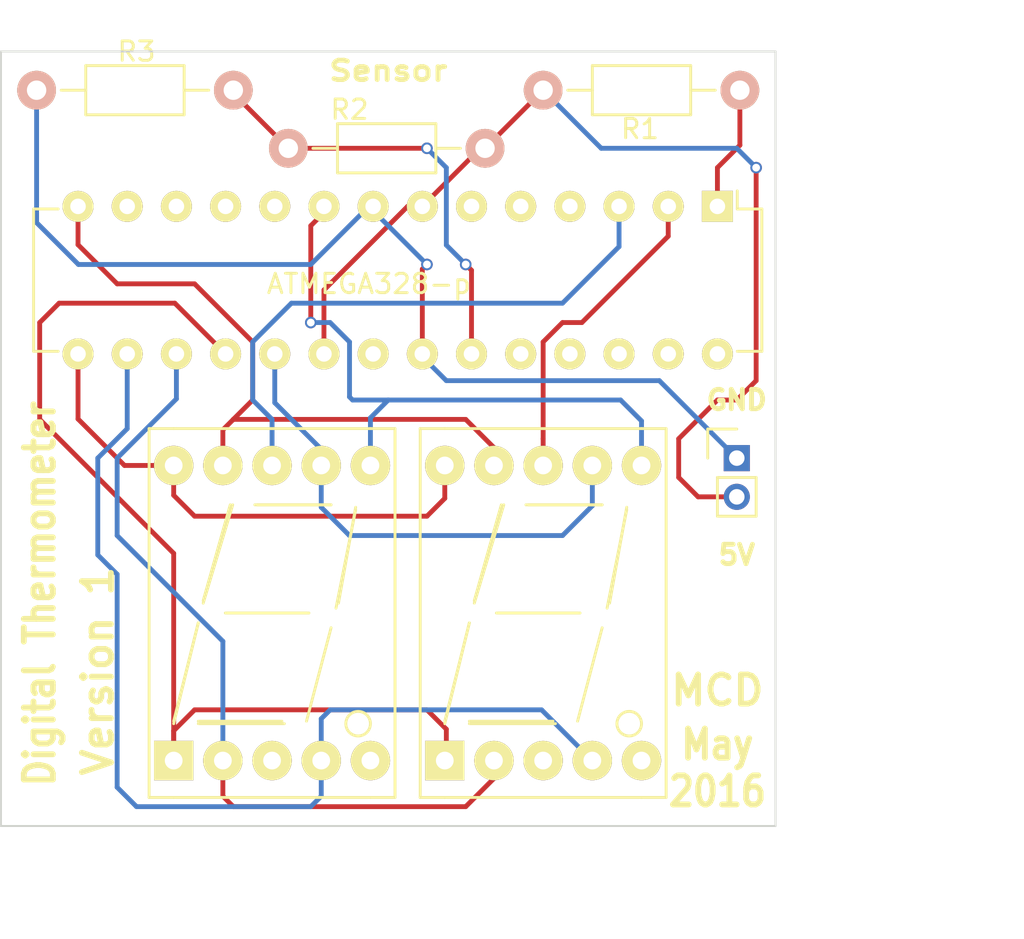
<source format=kicad_pcb>
(kicad_pcb (version 4) (host pcbnew 4.0.2-stable)

  (general
    (links 26)
    (no_connects 0)
    (area 126.949999 91.065 179.975 139.975)
    (thickness 1.6)
    (drawings 11)
    (tracks 133)
    (zones 0)
    (modules 7)
    (nets 31)
  )

  (page A4)
  (layers
    (0 F.Cu signal)
    (31 B.Cu signal)
    (32 B.Adhes user)
    (33 F.Adhes user)
    (34 B.Paste user)
    (35 F.Paste user)
    (36 B.SilkS user)
    (37 F.SilkS user)
    (38 B.Mask user)
    (39 F.Mask user)
    (40 Dwgs.User user)
    (41 Cmts.User user)
    (42 Eco1.User user)
    (43 Eco2.User user)
    (44 Edge.Cuts user)
    (45 Margin user)
    (46 B.CrtYd user)
    (47 F.CrtYd user)
    (48 B.Fab user)
    (49 F.Fab user)
  )

  (setup
    (last_trace_width 0.25)
    (trace_clearance 0.2)
    (zone_clearance 0.508)
    (zone_45_only no)
    (trace_min 0.2)
    (segment_width 0.2)
    (edge_width 0.1)
    (via_size 0.6)
    (via_drill 0.4)
    (via_min_size 0.4)
    (via_min_drill 0.3)
    (uvia_size 0.3)
    (uvia_drill 0.1)
    (uvias_allowed no)
    (uvia_min_size 0.2)
    (uvia_min_drill 0.1)
    (pcb_text_width 0.3)
    (pcb_text_size 1.5 1.5)
    (mod_edge_width 0.15)
    (mod_text_size 1 1)
    (mod_text_width 0.15)
    (pad_size 1.6 1.6)
    (pad_drill 0.8)
    (pad_to_mask_clearance 0)
    (aux_axis_origin 0 0)
    (visible_elements 7FFFFFFF)
    (pcbplotparams
      (layerselection 0x00030_80000001)
      (usegerberextensions false)
      (excludeedgelayer true)
      (linewidth 0.100000)
      (plotframeref false)
      (viasonmask false)
      (mode 1)
      (useauxorigin false)
      (hpglpennumber 1)
      (hpglpenspeed 20)
      (hpglpendiameter 15)
      (hpglpenoverlay 2)
      (psnegative false)
      (psa4output false)
      (plotreference true)
      (plotvalue true)
      (plotinvisibletext false)
      (padsonsilk false)
      (subtractmaskfromsilk false)
      (outputformat 1)
      (mirror false)
      (drillshape 1)
      (scaleselection 1)
      (outputdirectory ""))
  )

  (net 0 "")
  (net 1 "Net-(Digit0-Pad5)")
  (net 2 "Net-(Digit0-Pad10)")
  (net 3 "Net-(Digit0-Pad1)")
  (net 4 "Net-(Digit0-Pad2)")
  (net 5 "Net-(Digit0-Pad3)")
  (net 6 "Net-(Digit0-Pad4)")
  (net 7 "Net-(Digit0-Pad9)")
  (net 8 "Net-(Digit0-Pad8)")
  (net 9 "Net-(Digit0-Pad7)")
  (net 10 "Net-(Digit0-Pad6)")
  (net 11 "Net-(Digit1-Pad5)")
  (net 12 "Net-(Digit1-Pad3)")
  (net 13 "Net-(Digit1-Pad8)")
  (net 14 "Net-(IC1-Pad1)")
  (net 15 "Net-(IC1-Pad4)")
  (net 16 "Net-(IC1-Pad5)")
  (net 17 "Net-(IC1-Pad6)")
  (net 18 +5V)
  (net 19 GND)
  (net 20 "Net-(IC1-Pad10)")
  (net 21 "Net-(IC1-Pad11)")
  (net 22 "Net-(IC1-Pad12)")
  (net 23 "Net-(IC1-Pad13)")
  (net 24 "Net-(IC1-Pad21)")
  (net 25 "Net-(IC1-Pad23)")
  (net 26 "Net-(IC1-Pad24)")
  (net 27 "Net-(IC1-Pad25)")
  (net 28 "Net-(IC1-Pad26)")
  (net 29 "Net-(IC1-Pad27)")
  (net 30 "Net-(IC1-Pad28)")

  (net_class Default "This is the default net class."
    (clearance 0.2)
    (trace_width 0.25)
    (via_dia 0.6)
    (via_drill 0.4)
    (uvia_dia 0.3)
    (uvia_drill 0.1)
    (add_net +5V)
    (add_net GND)
    (add_net "Net-(Digit0-Pad1)")
    (add_net "Net-(Digit0-Pad10)")
    (add_net "Net-(Digit0-Pad2)")
    (add_net "Net-(Digit0-Pad3)")
    (add_net "Net-(Digit0-Pad4)")
    (add_net "Net-(Digit0-Pad5)")
    (add_net "Net-(Digit0-Pad6)")
    (add_net "Net-(Digit0-Pad7)")
    (add_net "Net-(Digit0-Pad8)")
    (add_net "Net-(Digit0-Pad9)")
    (add_net "Net-(Digit1-Pad3)")
    (add_net "Net-(Digit1-Pad5)")
    (add_net "Net-(Digit1-Pad8)")
    (add_net "Net-(IC1-Pad1)")
    (add_net "Net-(IC1-Pad10)")
    (add_net "Net-(IC1-Pad11)")
    (add_net "Net-(IC1-Pad12)")
    (add_net "Net-(IC1-Pad13)")
    (add_net "Net-(IC1-Pad21)")
    (add_net "Net-(IC1-Pad23)")
    (add_net "Net-(IC1-Pad24)")
    (add_net "Net-(IC1-Pad25)")
    (add_net "Net-(IC1-Pad26)")
    (add_net "Net-(IC1-Pad27)")
    (add_net "Net-(IC1-Pad28)")
    (add_net "Net-(IC1-Pad4)")
    (add_net "Net-(IC1-Pad5)")
    (add_net "Net-(IC1-Pad6)")
  )

  (module Pin_Headers:Pin_Header_Straight_1x02_Pitch2.00mm (layer F.Cu) (tedit 5733F712) (tstamp 5733F21A)
    (at 165 115)
    (descr "Through hole pin header, 1x02, 2.00mm pitch, single row")
    (tags "pin header single row")
    (path /5733A9A3)
    (fp_text reference "" (at -2 1 90) (layer F.SilkS)
      (effects (font (size 1 1) (thickness 0.15)))
    )
    (fp_text value "Power Pins" (at 7 2) (layer F.Fab)
      (effects (font (size 1 1) (thickness 0.15)))
    )
    (fp_line (start -1 1) (end 1 1) (layer F.SilkS) (width 0.15))
    (fp_line (start 1 1) (end 1 3) (layer F.SilkS) (width 0.15))
    (fp_line (start 1 3) (end -1 3) (layer F.SilkS) (width 0.15))
    (fp_line (start -1 3) (end -1 1) (layer F.SilkS) (width 0.15))
    (fp_line (start -1.6 -1.6) (end 1.6 -1.6) (layer F.CrtYd) (width 0.05))
    (fp_line (start 1.6 -1.6) (end 1.6 3.6) (layer F.CrtYd) (width 0.05))
    (fp_line (start 1.6 3.6) (end -1.6 3.6) (layer F.CrtYd) (width 0.05))
    (fp_line (start -1.6 3.6) (end -1.6 -1.6) (layer F.CrtYd) (width 0.05))
    (fp_line (start -1.5 0) (end -1.5 -1.5) (layer F.SilkS) (width 0.15))
    (fp_line (start -1.5 -1.5) (end 0 -1.5) (layer F.SilkS) (width 0.15))
    (pad 1 thru_hole rect (at 0 0) (size 1.35 1.35) (drill 0.8) (layers *.Cu *.Mask)
      (net 19 GND))
    (pad 2 thru_hole circle (at 0 2) (size 1.35 1.35) (drill 0.8) (layers *.Cu *.Mask)
      (net 18 +5V))
    (model Pin_Headers.3dshapes/Pin_Header_Straight_1x02_Pitch2.00mm.wrl
      (at (xyz 0 0 0))
      (scale (xyz 1 1 1))
      (rotate (xyz 0 0 0))
    )
  )

  (module 7SEG:LSHD-5601 (layer F.Cu) (tedit 5733F342) (tstamp 5733F1DB)
    (at 155 123)
    (descr "Afficheur 7 segments")
    (tags AFFICHEUR)
    (path /57324652)
    (fp_text reference "" (at 0 -10.795) (layer F.SilkS)
      (effects (font (size 1 1) (thickness 0.15)))
    )
    (fp_text value 7SEGMENTS (at 0 16) (layer F.Fab)
      (effects (font (size 1 1) (thickness 0.15)))
    )
    (fp_line (start 3.048 0.762) (end 1.778 5.588) (layer F.SilkS) (width 0.15))
    (fp_line (start -3.81 5.588) (end 0.508 5.588) (layer F.SilkS) (width 0.15))
    (fp_line (start -3.81 0.508) (end -5.08 5.588) (layer F.SilkS) (width 0.15))
    (fp_line (start -2.032 -5.588) (end -3.556 -0.508) (layer F.SilkS) (width 0.15))
    (fp_line (start -0.762 -5.588) (end 3.048 -5.588) (layer F.SilkS) (width 0.15))
    (fp_line (start -2.286 0) (end 1.778 0) (layer F.SilkS) (width 0.15))
    (fp_line (start 4.318 -5.334) (end 3.302 -0.254) (layer F.SilkS) (width 0.15))
    (fp_circle (center 4.445 5.715) (end 5.08 5.715) (layer F.SilkS) (width 0.15))
    (fp_line (start -3.81 5.715) (end 0.635 5.715) (layer F.SilkS) (width 0.15))
    (fp_line (start -5.08 -9.525) (end -6.35 -9.525) (layer F.SilkS) (width 0.15))
    (fp_line (start -6.35 -9.525) (end -6.35 9.525) (layer F.SilkS) (width 0.15))
    (fp_line (start -6.35 9.525) (end -5.08 9.525) (layer F.SilkS) (width 0.15))
    (fp_line (start 5.08 9.525) (end 6.35 9.525) (layer F.SilkS) (width 0.15))
    (fp_line (start 6.35 9.525) (end 6.35 -9.525) (layer F.SilkS) (width 0.15))
    (fp_line (start 6.35 -9.525) (end 5.08 -9.525) (layer F.SilkS) (width 0.15))
    (fp_line (start -5.08 9.525) (end 5.08 9.525) (layer F.SilkS) (width 0.15))
    (fp_line (start 5.08 -9.525) (end -5.08 -9.525) (layer F.SilkS) (width 0.15))
    (fp_line (start -2.413 0) (end 1.905 0) (layer F.SilkS) (width 0.15))
    (fp_line (start 3.429 -0.508) (end 4.318 -5.461) (layer F.SilkS) (width 0.15))
    (fp_line (start -0.889 -5.588) (end 3.048 -5.588) (layer F.SilkS) (width 0.15))
    (fp_line (start -3.556 -0.635) (end -2.159 -5.588) (layer F.SilkS) (width 0.15))
    (fp_line (start -3.81 0.508) (end -5.08 5.715) (layer F.SilkS) (width 0.15))
    (pad 5 thru_hole circle (at 5.08 7.62) (size 2.032 2.032) (drill 0.9144) (layers *.Cu *.Mask F.SilkS)
      (net 1 "Net-(Digit0-Pad5)"))
    (pad 10 thru_hole circle (at 5.08 -7.62) (size 2.032 2.032) (drill 0.9144) (layers *.Cu *.Mask F.SilkS)
      (net 2 "Net-(Digit0-Pad10)"))
    (pad 1 thru_hole rect (at -5.08 7.62) (size 2.032 2.032) (drill 0.9144) (layers *.Cu *.Mask F.SilkS)
      (net 3 "Net-(Digit0-Pad1)"))
    (pad 2 thru_hole circle (at -2.54 7.62) (size 2.032 2.032) (drill 0.9144) (layers *.Cu *.Mask F.SilkS)
      (net 4 "Net-(Digit0-Pad2)"))
    (pad 3 thru_hole circle (at 0 7.62) (size 2.032 2.032) (drill 0.9144) (layers *.Cu *.Mask F.SilkS)
      (net 5 "Net-(Digit0-Pad3)"))
    (pad 4 thru_hole circle (at 2.54 7.62) (size 2.032 2.032) (drill 0.9144) (layers *.Cu *.Mask F.SilkS)
      (net 6 "Net-(Digit0-Pad4)"))
    (pad 9 thru_hole circle (at 2.54 -7.62) (size 2.032 2.032) (drill 0.9144) (layers *.Cu *.Mask F.SilkS)
      (net 7 "Net-(Digit0-Pad9)"))
    (pad 8 thru_hole circle (at 0 -7.62) (size 2.032 2.032) (drill 0.9144) (layers *.Cu *.Mask F.SilkS)
      (net 8 "Net-(Digit0-Pad8)"))
    (pad 7 thru_hole circle (at -2.54 -7.62) (size 2.032 2.032) (drill 0.9144) (layers *.Cu *.Mask F.SilkS)
      (net 9 "Net-(Digit0-Pad7)"))
    (pad 6 thru_hole circle (at -5.08 -7.62) (size 2.032 2.032) (drill 0.9144) (layers *.Cu *.Mask F.SilkS)
      (net 10 "Net-(Digit0-Pad6)"))
  )

  (module 7SEG:LSHD-5601 (layer F.Cu) (tedit 5733F33D) (tstamp 5733F1E9)
    (at 141 123)
    (descr "Afficheur 7 segments")
    (tags AFFICHEUR)
    (path /57324713)
    (fp_text reference "" (at 0 -10.795) (layer F.SilkS)
      (effects (font (size 1 1) (thickness 0.15)))
    )
    (fp_text value 7SEGMENTS (at -7 16) (layer F.Fab)
      (effects (font (size 1 1) (thickness 0.15)))
    )
    (fp_line (start 3.048 0.762) (end 1.778 5.588) (layer F.SilkS) (width 0.15))
    (fp_line (start -3.81 5.588) (end 0.508 5.588) (layer F.SilkS) (width 0.15))
    (fp_line (start -3.81 0.508) (end -5.08 5.588) (layer F.SilkS) (width 0.15))
    (fp_line (start -2.032 -5.588) (end -3.556 -0.508) (layer F.SilkS) (width 0.15))
    (fp_line (start -0.762 -5.588) (end 3.048 -5.588) (layer F.SilkS) (width 0.15))
    (fp_line (start -2.286 0) (end 1.778 0) (layer F.SilkS) (width 0.15))
    (fp_line (start 4.318 -5.334) (end 3.302 -0.254) (layer F.SilkS) (width 0.15))
    (fp_circle (center 4.445 5.715) (end 5.08 5.715) (layer F.SilkS) (width 0.15))
    (fp_line (start -3.81 5.715) (end 0.635 5.715) (layer F.SilkS) (width 0.15))
    (fp_line (start -5.08 -9.525) (end -6.35 -9.525) (layer F.SilkS) (width 0.15))
    (fp_line (start -6.35 -9.525) (end -6.35 9.525) (layer F.SilkS) (width 0.15))
    (fp_line (start -6.35 9.525) (end -5.08 9.525) (layer F.SilkS) (width 0.15))
    (fp_line (start 5.08 9.525) (end 6.35 9.525) (layer F.SilkS) (width 0.15))
    (fp_line (start 6.35 9.525) (end 6.35 -9.525) (layer F.SilkS) (width 0.15))
    (fp_line (start 6.35 -9.525) (end 5.08 -9.525) (layer F.SilkS) (width 0.15))
    (fp_line (start -5.08 9.525) (end 5.08 9.525) (layer F.SilkS) (width 0.15))
    (fp_line (start 5.08 -9.525) (end -5.08 -9.525) (layer F.SilkS) (width 0.15))
    (fp_line (start -2.413 0) (end 1.905 0) (layer F.SilkS) (width 0.15))
    (fp_line (start 3.429 -0.508) (end 4.318 -5.461) (layer F.SilkS) (width 0.15))
    (fp_line (start -0.889 -5.588) (end 3.048 -5.588) (layer F.SilkS) (width 0.15))
    (fp_line (start -3.556 -0.635) (end -2.159 -5.588) (layer F.SilkS) (width 0.15))
    (fp_line (start -3.81 0.508) (end -5.08 5.715) (layer F.SilkS) (width 0.15))
    (pad 5 thru_hole circle (at 5.08 7.62) (size 2.032 2.032) (drill 0.9144) (layers *.Cu *.Mask F.SilkS)
      (net 11 "Net-(Digit1-Pad5)"))
    (pad 10 thru_hole circle (at 5.08 -7.62) (size 2.032 2.032) (drill 0.9144) (layers *.Cu *.Mask F.SilkS)
      (net 2 "Net-(Digit0-Pad10)"))
    (pad 1 thru_hole rect (at -5.08 7.62) (size 2.032 2.032) (drill 0.9144) (layers *.Cu *.Mask F.SilkS)
      (net 3 "Net-(Digit0-Pad1)"))
    (pad 2 thru_hole circle (at -2.54 7.62) (size 2.032 2.032) (drill 0.9144) (layers *.Cu *.Mask F.SilkS)
      (net 4 "Net-(Digit0-Pad2)"))
    (pad 3 thru_hole circle (at 0 7.62) (size 2.032 2.032) (drill 0.9144) (layers *.Cu *.Mask F.SilkS)
      (net 12 "Net-(Digit1-Pad3)"))
    (pad 4 thru_hole circle (at 2.54 7.62) (size 2.032 2.032) (drill 0.9144) (layers *.Cu *.Mask F.SilkS)
      (net 6 "Net-(Digit0-Pad4)"))
    (pad 9 thru_hole circle (at 2.54 -7.62) (size 2.032 2.032) (drill 0.9144) (layers *.Cu *.Mask F.SilkS)
      (net 7 "Net-(Digit0-Pad9)"))
    (pad 8 thru_hole circle (at 0 -7.62) (size 2.032 2.032) (drill 0.9144) (layers *.Cu *.Mask F.SilkS)
      (net 13 "Net-(Digit1-Pad8)"))
    (pad 7 thru_hole circle (at -2.54 -7.62) (size 2.032 2.032) (drill 0.9144) (layers *.Cu *.Mask F.SilkS)
      (net 9 "Net-(Digit0-Pad7)"))
    (pad 6 thru_hole circle (at -5.08 -7.62) (size 2.032 2.032) (drill 0.9144) (layers *.Cu *.Mask F.SilkS)
      (net 10 "Net-(Digit0-Pad6)"))
  )

  (module Housings_DIP:DIP-28_W7.62mm (layer F.Cu) (tedit 5733F65B) (tstamp 5733F214)
    (at 164 102 270)
    (descr "28-lead dip package, row spacing 7.62 mm (300 mils)")
    (tags "dil dip 2.54 300")
    (path /57324934)
    (fp_text reference ATMEGA328-p (at 4 18 360) (layer F.SilkS)
      (effects (font (size 1 1) (thickness 0.15)))
    )
    (fp_text value ATMEGA328-P (at 3 -15 270) (layer F.Fab)
      (effects (font (size 1 1) (thickness 0.15)))
    )
    (fp_line (start -1.05 -2.45) (end -1.05 35.5) (layer F.CrtYd) (width 0.05))
    (fp_line (start 8.65 -2.45) (end 8.65 35.5) (layer F.CrtYd) (width 0.05))
    (fp_line (start -1.05 -2.45) (end 8.65 -2.45) (layer F.CrtYd) (width 0.05))
    (fp_line (start -1.05 35.5) (end 8.65 35.5) (layer F.CrtYd) (width 0.05))
    (fp_line (start 0.135 -2.295) (end 0.135 -1.025) (layer F.SilkS) (width 0.15))
    (fp_line (start 7.485 -2.295) (end 7.485 -1.025) (layer F.SilkS) (width 0.15))
    (fp_line (start 7.485 35.315) (end 7.485 34.045) (layer F.SilkS) (width 0.15))
    (fp_line (start 0.135 35.315) (end 0.135 34.045) (layer F.SilkS) (width 0.15))
    (fp_line (start 0.135 -2.295) (end 7.485 -2.295) (layer F.SilkS) (width 0.15))
    (fp_line (start 0.135 35.315) (end 7.485 35.315) (layer F.SilkS) (width 0.15))
    (fp_line (start 0.135 -1.025) (end -0.8 -1.025) (layer F.SilkS) (width 0.15))
    (pad 1 thru_hole rect (at 0 0 270) (size 1.6 1.6) (drill 0.8) (layers *.Cu *.Mask F.SilkS)
      (net 14 "Net-(IC1-Pad1)"))
    (pad 2 thru_hole oval (at 0 2.54 270) (size 1.6 1.6) (drill 0.8) (layers *.Cu *.Mask F.SilkS)
      (net 8 "Net-(Digit0-Pad8)"))
    (pad 3 thru_hole oval (at 0 5.08 270) (size 1.6 1.6) (drill 0.8) (layers *.Cu *.Mask F.SilkS)
      (net 13 "Net-(Digit1-Pad8)"))
    (pad 4 thru_hole oval (at 0 7.62 270) (size 1.6 1.6) (drill 0.8) (layers *.Cu *.Mask F.SilkS)
      (net 15 "Net-(IC1-Pad4)"))
    (pad 5 thru_hole oval (at 0 10.16 270) (size 1.6 1.6) (drill 0.8) (layers *.Cu *.Mask F.SilkS)
      (net 16 "Net-(IC1-Pad5)"))
    (pad 6 thru_hole oval (at 0 12.7 270) (size 1.6 1.6) (drill 0.8) (layers *.Cu *.Mask F.SilkS)
      (net 17 "Net-(IC1-Pad6)"))
    (pad 7 thru_hole oval (at 0 15.24 270) (size 1.6 1.6) (drill 0.8) (layers *.Cu *.Mask F.SilkS)
      (net 18 +5V))
    (pad 8 thru_hole oval (at 0 17.78 270) (size 1.6 1.6) (drill 0.8) (layers *.Cu *.Mask F.SilkS)
      (net 19 GND))
    (pad 9 thru_hole oval (at 0 20.32 270) (size 1.6 1.6) (drill 0.8) (layers *.Cu *.Mask F.SilkS)
      (net 2 "Net-(Digit0-Pad10)"))
    (pad 10 thru_hole oval (at 0 22.86 270) (size 1.6 1.6) (drill 0.8) (layers *.Cu *.Mask F.SilkS)
      (net 20 "Net-(IC1-Pad10)"))
    (pad 11 thru_hole oval (at 0 25.4 270) (size 1.6 1.6) (drill 0.8) (layers *.Cu *.Mask F.SilkS)
      (net 21 "Net-(IC1-Pad11)"))
    (pad 12 thru_hole oval (at 0 27.94 270) (size 1.6 1.6) (drill 0.8) (layers *.Cu *.Mask F.SilkS)
      (net 22 "Net-(IC1-Pad12)"))
    (pad 13 thru_hole oval (at 0 30.48 270) (size 1.6 1.6) (drill 0.8) (layers *.Cu *.Mask F.SilkS)
      (net 23 "Net-(IC1-Pad13)"))
    (pad 14 thru_hole oval (at 0 33.02 270) (size 1.6 1.6) (drill 0.8) (layers *.Cu *.Mask F.SilkS)
      (net 9 "Net-(Digit0-Pad7)"))
    (pad 15 thru_hole oval (at 7.62 33.02 270) (size 1.6 1.6) (drill 0.8) (layers *.Cu *.Mask F.SilkS)
      (net 10 "Net-(Digit0-Pad6)"))
    (pad 16 thru_hole oval (at 7.62 30.48 270) (size 1.6 1.6) (drill 0.8) (layers *.Cu *.Mask F.SilkS)
      (net 6 "Net-(Digit0-Pad4)"))
    (pad 17 thru_hole oval (at 7.62 27.94 270) (size 1.6 1.6) (drill 0.8) (layers *.Cu *.Mask F.SilkS)
      (net 4 "Net-(Digit0-Pad2)"))
    (pad 18 thru_hole oval (at 7.62 25.4 270) (size 1.6 1.6) (drill 0.8) (layers *.Cu *.Mask F.SilkS)
      (net 3 "Net-(Digit0-Pad1)"))
    (pad 19 thru_hole oval (at 7.62 22.86 270) (size 1.6 1.6) (drill 0.8) (layers *.Cu *.Mask F.SilkS)
      (net 7 "Net-(Digit0-Pad9)"))
    (pad 20 thru_hole oval (at 7.62 20.32 270) (size 1.6 1.6) (drill 0.8) (layers *.Cu *.Mask F.SilkS)
      (net 18 +5V))
    (pad 21 thru_hole oval (at 7.62 17.78 270) (size 1.6 1.6) (drill 0.8) (layers *.Cu *.Mask F.SilkS)
      (net 24 "Net-(IC1-Pad21)"))
    (pad 22 thru_hole oval (at 7.62 15.24 270) (size 1.6 1.6) (drill 0.8) (layers *.Cu *.Mask F.SilkS)
      (net 19 GND))
    (pad 23 thru_hole oval (at 7.62 12.7 270) (size 1.6 1.6) (drill 0.8) (layers *.Cu *.Mask F.SilkS)
      (net 25 "Net-(IC1-Pad23)"))
    (pad 24 thru_hole oval (at 7.62 10.16 270) (size 1.6 1.6) (drill 0.8) (layers *.Cu *.Mask F.SilkS)
      (net 26 "Net-(IC1-Pad24)"))
    (pad 25 thru_hole oval (at 7.62 7.62 270) (size 1.6 1.6) (drill 0.8) (layers *.Cu *.Mask F.SilkS)
      (net 27 "Net-(IC1-Pad25)"))
    (pad 26 thru_hole oval (at 7.62 5.08 270) (size 1.6 1.6) (drill 0.8) (layers *.Cu *.Mask F.SilkS)
      (net 28 "Net-(IC1-Pad26)"))
    (pad 27 thru_hole oval (at 7.62 2.54 270) (size 1.6 1.6) (drill 0.8) (layers *.Cu *.Mask F.SilkS)
      (net 29 "Net-(IC1-Pad27)"))
    (pad 28 thru_hole oval (at 7.62 0 270) (size 1.6 1.6) (drill 0.8) (layers *.Cu *.Mask F.SilkS)
      (net 30 "Net-(IC1-Pad28)"))
    (model Housings_DIP.3dshapes/DIP-28_W7.62mm.wrl
      (at (xyz 0 0 0))
      (scale (xyz 1 1 1))
      (rotate (xyz 0 0 0))
    )
  )

  (module Resistors_ThroughHole:Resistor_Horizontal_RM10mm (layer F.Cu) (tedit 5733F26B) (tstamp 5733F220)
    (at 155 96)
    (descr "Resistor, Axial,  RM 10mm, 1/3W")
    (tags "Resistor Axial RM 10mm 1/3W")
    (path /57325852)
    (fp_text reference R1 (at 5 2) (layer F.SilkS)
      (effects (font (size 1 1) (thickness 0.15)))
    )
    (fp_text value 10k (at 5.08 3.81) (layer F.Fab)
      (effects (font (size 1 1) (thickness 0.15)))
    )
    (fp_line (start -1.25 -1.5) (end 11.4 -1.5) (layer F.CrtYd) (width 0.05))
    (fp_line (start -1.25 1.5) (end -1.25 -1.5) (layer F.CrtYd) (width 0.05))
    (fp_line (start 11.4 -1.5) (end 11.4 1.5) (layer F.CrtYd) (width 0.05))
    (fp_line (start -1.25 1.5) (end 11.4 1.5) (layer F.CrtYd) (width 0.05))
    (fp_line (start 2.54 -1.27) (end 7.62 -1.27) (layer F.SilkS) (width 0.15))
    (fp_line (start 7.62 -1.27) (end 7.62 1.27) (layer F.SilkS) (width 0.15))
    (fp_line (start 7.62 1.27) (end 2.54 1.27) (layer F.SilkS) (width 0.15))
    (fp_line (start 2.54 1.27) (end 2.54 -1.27) (layer F.SilkS) (width 0.15))
    (fp_line (start 2.54 0) (end 1.27 0) (layer F.SilkS) (width 0.15))
    (fp_line (start 7.62 0) (end 8.89 0) (layer F.SilkS) (width 0.15))
    (pad 1 thru_hole circle (at 0 0) (size 1.99898 1.99898) (drill 1.00076) (layers *.Cu *.SilkS *.Mask)
      (net 18 +5V))
    (pad 2 thru_hole circle (at 10.16 0) (size 1.99898 1.99898) (drill 1.00076) (layers *.Cu *.SilkS *.Mask)
      (net 14 "Net-(IC1-Pad1)"))
    (model Resistors_ThroughHole.3dshapes/Resistor_Horizontal_RM10mm.wrl
      (at (xyz 0.2 0 0))
      (scale (xyz 0.4 0.4 0.4))
      (rotate (xyz 0 0 0))
    )
  )

  (module Resistors_ThroughHole:Resistor_Horizontal_RM10mm (layer F.Cu) (tedit 5733F279) (tstamp 5733F226)
    (at 152 99 180)
    (descr "Resistor, Axial,  RM 10mm, 1/3W")
    (tags "Resistor Axial RM 10mm 1/3W")
    (path /5732A2DC)
    (fp_text reference R2 (at 7 2 180) (layer F.SilkS)
      (effects (font (size 1 1) (thickness 0.15)))
    )
    (fp_text value 10k (at 4 2 180) (layer F.Fab)
      (effects (font (size 1 1) (thickness 0.15)))
    )
    (fp_line (start -1.25 -1.5) (end 11.4 -1.5) (layer F.CrtYd) (width 0.05))
    (fp_line (start -1.25 1.5) (end -1.25 -1.5) (layer F.CrtYd) (width 0.05))
    (fp_line (start 11.4 -1.5) (end 11.4 1.5) (layer F.CrtYd) (width 0.05))
    (fp_line (start -1.25 1.5) (end 11.4 1.5) (layer F.CrtYd) (width 0.05))
    (fp_line (start 2.54 -1.27) (end 7.62 -1.27) (layer F.SilkS) (width 0.15))
    (fp_line (start 7.62 -1.27) (end 7.62 1.27) (layer F.SilkS) (width 0.15))
    (fp_line (start 7.62 1.27) (end 2.54 1.27) (layer F.SilkS) (width 0.15))
    (fp_line (start 2.54 1.27) (end 2.54 -1.27) (layer F.SilkS) (width 0.15))
    (fp_line (start 2.54 0) (end 1.27 0) (layer F.SilkS) (width 0.15))
    (fp_line (start 7.62 0) (end 8.89 0) (layer F.SilkS) (width 0.15))
    (pad 1 thru_hole circle (at 0 0 180) (size 1.99898 1.99898) (drill 1.00076) (layers *.Cu *.SilkS *.Mask)
      (net 18 +5V))
    (pad 2 thru_hole circle (at 10.16 0 180) (size 1.99898 1.99898) (drill 1.00076) (layers *.Cu *.SilkS *.Mask)
      (net 25 "Net-(IC1-Pad23)"))
    (model Resistors_ThroughHole.3dshapes/Resistor_Horizontal_RM10mm.wrl
      (at (xyz 0.2 0 0))
      (scale (xyz 0.4 0.4 0.4))
      (rotate (xyz 0 0 0))
    )
  )

  (module Resistors_ThroughHole:Resistor_Horizontal_RM10mm (layer F.Cu) (tedit 5733F271) (tstamp 5733F22C)
    (at 139 96 180)
    (descr "Resistor, Axial,  RM 10mm, 1/3W")
    (tags "Resistor Axial RM 10mm 1/3W")
    (path /5732A0ED)
    (fp_text reference R3 (at 5 2 180) (layer F.SilkS)
      (effects (font (size 1 1) (thickness 0.15)))
    )
    (fp_text value 10k (at 5.08 3.81 180) (layer F.Fab)
      (effects (font (size 1 1) (thickness 0.15)))
    )
    (fp_line (start -1.25 -1.5) (end 11.4 -1.5) (layer F.CrtYd) (width 0.05))
    (fp_line (start -1.25 1.5) (end -1.25 -1.5) (layer F.CrtYd) (width 0.05))
    (fp_line (start 11.4 -1.5) (end 11.4 1.5) (layer F.CrtYd) (width 0.05))
    (fp_line (start -1.25 1.5) (end 11.4 1.5) (layer F.CrtYd) (width 0.05))
    (fp_line (start 2.54 -1.27) (end 7.62 -1.27) (layer F.SilkS) (width 0.15))
    (fp_line (start 7.62 -1.27) (end 7.62 1.27) (layer F.SilkS) (width 0.15))
    (fp_line (start 7.62 1.27) (end 2.54 1.27) (layer F.SilkS) (width 0.15))
    (fp_line (start 2.54 1.27) (end 2.54 -1.27) (layer F.SilkS) (width 0.15))
    (fp_line (start 2.54 0) (end 1.27 0) (layer F.SilkS) (width 0.15))
    (fp_line (start 7.62 0) (end 8.89 0) (layer F.SilkS) (width 0.15))
    (pad 1 thru_hole circle (at 0 0 180) (size 1.99898 1.99898) (drill 1.00076) (layers *.Cu *.SilkS *.Mask)
      (net 25 "Net-(IC1-Pad23)"))
    (pad 2 thru_hole circle (at 10.16 0 180) (size 1.99898 1.99898) (drill 1.00076) (layers *.Cu *.SilkS *.Mask)
      (net 19 GND))
    (model Resistors_ThroughHole.3dshapes/Resistor_Horizontal_RM10mm.wrl
      (at (xyz 0.2 0 0))
      (scale (xyz 0.4 0.4 0.4))
      (rotate (xyz 0 0 0))
    )
  )

  (gr_text "5V\n" (at 165 120) (layer F.SilkS)
    (effects (font (size 1 1) (thickness 0.25)))
  )
  (gr_text "GND\n" (at 165 112) (layer F.SilkS)
    (effects (font (size 1 1) (thickness 0.25)))
  )
  (gr_text "May\n2016\n" (at 164 131) (layer F.SilkS)
    (effects (font (size 1.5 1.3) (thickness 0.3)))
  )
  (gr_text "MCD\n" (at 164 127) (layer F.SilkS)
    (effects (font (size 1.5 1.5) (thickness 0.3)))
  )
  (gr_text "Version 1\n" (at 132 126 90) (layer F.SilkS)
    (effects (font (size 1.5 1.5) (thickness 0.3)))
  )
  (gr_text "Digital Thermometer\n" (at 129 122 90) (layer F.SilkS)
    (effects (font (size 1.5 1.3) (thickness 0.3)))
  )
  (gr_text "Sensor\n" (at 147 95) (layer F.SilkS)
    (effects (font (size 1 1.2) (thickness 0.25)))
  )
  (gr_line (start 167 94) (end 127 94) (angle 90) (layer Edge.Cuts) (width 0.1))
  (gr_line (start 167 134) (end 167 94) (angle 90) (layer Edge.Cuts) (width 0.1))
  (gr_line (start 127 134) (end 167 134) (angle 90) (layer Edge.Cuts) (width 0.1))
  (gr_line (start 127 94) (end 127 134) (angle 90) (layer Edge.Cuts) (width 0.1))

  (segment (start 143.68 102) (end 143.68 102.32) (width 0.25) (layer F.Cu) (net 2))
  (segment (start 143.68 102.32) (end 143 103) (width 0.25) (layer F.Cu) (net 2) (tstamp 5733FB77))
  (segment (start 143 103) (end 143 108) (width 0.25) (layer F.Cu) (net 2) (tstamp 5733FB78))
  (via (at 143 108) (size 0.6) (drill 0.4) (layers F.Cu B.Cu) (net 2))
  (segment (start 143 108) (end 144 108) (width 0.25) (layer B.Cu) (net 2) (tstamp 5733FB82))
  (segment (start 144 108) (end 145 109) (width 0.25) (layer B.Cu) (net 2) (tstamp 5733FB83))
  (segment (start 145 109) (end 145 111.84) (width 0.25) (layer B.Cu) (net 2) (tstamp 5733FB8B))
  (segment (start 145 111.84) (end 145.16 112) (width 0.25) (layer B.Cu) (net 2) (tstamp 5733FB8E))
  (segment (start 145.16 112) (end 147 112) (width 0.25) (layer B.Cu) (net 2) (tstamp 5733FB90))
  (segment (start 146.08 115.38) (end 146.08 112.92) (width 0.25) (layer B.Cu) (net 2))
  (segment (start 160.08 113.08) (end 160.08 115.38) (width 0.25) (layer B.Cu) (net 2) (tstamp 5733F69C))
  (segment (start 159 112) (end 160.08 113.08) (width 0.25) (layer B.Cu) (net 2) (tstamp 5733F69A))
  (segment (start 147 112) (end 159 112) (width 0.25) (layer B.Cu) (net 2) (tstamp 5733F699))
  (segment (start 146.08 112.92) (end 147 112) (width 0.25) (layer B.Cu) (net 2) (tstamp 5733F698))
  (segment (start 135.92 130.62) (end 135.92 119.92) (width 0.25) (layer F.Cu) (net 3))
  (segment (start 135.98 107) (end 138.6 109.62) (width 0.25) (layer F.Cu) (net 3) (tstamp 5733F82C))
  (segment (start 130 107) (end 135.98 107) (width 0.25) (layer F.Cu) (net 3) (tstamp 5733F82A))
  (segment (start 129 108) (end 130 107) (width 0.25) (layer F.Cu) (net 3) (tstamp 5733F828))
  (segment (start 129 113) (end 129 108) (width 0.25) (layer F.Cu) (net 3) (tstamp 5733F826))
  (segment (start 135.92 119.92) (end 129 113) (width 0.25) (layer F.Cu) (net 3) (tstamp 5733F820))
  (segment (start 135.92 130.62) (end 135.92 129.08) (width 0.25) (layer F.Cu) (net 3))
  (segment (start 150 129) (end 150 130.54) (width 0.25) (layer F.Cu) (net 3) (tstamp 5733F653))
  (segment (start 149 128) (end 150 129) (width 0.25) (layer F.Cu) (net 3) (tstamp 5733F652))
  (segment (start 137 128) (end 149 128) (width 0.25) (layer F.Cu) (net 3) (tstamp 5733F651))
  (segment (start 135.92 129.08) (end 137 128) (width 0.25) (layer F.Cu) (net 3) (tstamp 5733F650))
  (segment (start 150 130.54) (end 149.92 130.62) (width 0.25) (layer F.Cu) (net 3) (tstamp 5733F654))
  (segment (start 138.46 130.62) (end 138.46 124.46) (width 0.25) (layer B.Cu) (net 4))
  (segment (start 136.06 111.94) (end 136.06 109.62) (width 0.25) (layer B.Cu) (net 4) (tstamp 5733F893))
  (segment (start 133 115) (end 136.06 111.94) (width 0.25) (layer B.Cu) (net 4) (tstamp 5733F891))
  (segment (start 133 119) (end 133 115) (width 0.25) (layer B.Cu) (net 4) (tstamp 5733F88F))
  (segment (start 138.46 124.46) (end 133 119) (width 0.25) (layer B.Cu) (net 4) (tstamp 5733F888))
  (segment (start 138.46 130.62) (end 138.46 132.46) (width 0.25) (layer F.Cu) (net 4))
  (segment (start 151 133) (end 152.46 131.54) (width 0.25) (layer F.Cu) (net 4) (tstamp 5733F65C))
  (segment (start 139 133) (end 151 133) (width 0.25) (layer F.Cu) (net 4) (tstamp 5733F65B))
  (segment (start 138.46 132.46) (end 139 133) (width 0.25) (layer F.Cu) (net 4) (tstamp 5733F65A))
  (segment (start 152.46 131.54) (end 152.46 130.62) (width 0.25) (layer F.Cu) (net 4) (tstamp 5733F65E))
  (segment (start 143.54 130.62) (end 143.54 132.46) (width 0.25) (layer B.Cu) (net 6))
  (segment (start 133.52 113.48) (end 133.52 109.62) (width 0.25) (layer B.Cu) (net 6) (tstamp 5733F8B9))
  (segment (start 132 115) (end 133.52 113.48) (width 0.25) (layer B.Cu) (net 6) (tstamp 5733F8B6))
  (segment (start 132 120) (end 132 115) (width 0.25) (layer B.Cu) (net 6) (tstamp 5733F8B4))
  (segment (start 133 121) (end 132 120) (width 0.25) (layer B.Cu) (net 6) (tstamp 5733F8B2))
  (segment (start 133 132) (end 133 121) (width 0.25) (layer B.Cu) (net 6) (tstamp 5733F8AE))
  (segment (start 134 133) (end 133 132) (width 0.25) (layer B.Cu) (net 6) (tstamp 5733F8AC))
  (segment (start 143 133) (end 134 133) (width 0.25) (layer B.Cu) (net 6) (tstamp 5733F8AA))
  (segment (start 143.54 132.46) (end 143 133) (width 0.25) (layer B.Cu) (net 6) (tstamp 5733F8A8))
  (segment (start 143.54 130.62) (end 143.54 128.46) (width 0.25) (layer B.Cu) (net 6))
  (segment (start 154.92 128) (end 157.54 130.62) (width 0.25) (layer B.Cu) (net 6) (tstamp 5733F66A))
  (segment (start 144 128) (end 154.92 128) (width 0.25) (layer B.Cu) (net 6) (tstamp 5733F669))
  (segment (start 143.54 128.46) (end 144 128) (width 0.25) (layer B.Cu) (net 6) (tstamp 5733F668))
  (segment (start 143.54 115.38) (end 143.54 114.54) (width 0.25) (layer B.Cu) (net 7))
  (segment (start 143.54 114.54) (end 141.14 112.14) (width 0.25) (layer B.Cu) (net 7) (tstamp 5733FB33))
  (segment (start 141.14 112.14) (end 141.14 109.62) (width 0.25) (layer B.Cu) (net 7) (tstamp 5733FB36))
  (segment (start 143.54 115.38) (end 143.54 117.54) (width 0.25) (layer B.Cu) (net 7))
  (segment (start 157.54 117.46) (end 157.54 115.38) (width 0.25) (layer B.Cu) (net 7) (tstamp 5733F694))
  (segment (start 156 119) (end 157.54 117.46) (width 0.25) (layer B.Cu) (net 7) (tstamp 5733F692))
  (segment (start 145 119) (end 156 119) (width 0.25) (layer B.Cu) (net 7) (tstamp 5733F690))
  (segment (start 143.54 117.54) (end 145 119) (width 0.25) (layer B.Cu) (net 7) (tstamp 5733F68E))
  (segment (start 155 115.38) (end 155 114) (width 0.25) (layer F.Cu) (net 8))
  (segment (start 161.46 103.54) (end 161.46 102) (width 0.25) (layer F.Cu) (net 8) (tstamp 5733F6B2))
  (segment (start 157 108) (end 161.46 103.54) (width 0.25) (layer F.Cu) (net 8) (tstamp 5733F6B0))
  (segment (start 156 108) (end 157 108) (width 0.25) (layer F.Cu) (net 8) (tstamp 5733F6AF))
  (segment (start 155 109) (end 156 108) (width 0.25) (layer F.Cu) (net 8) (tstamp 5733F6AE))
  (segment (start 155 114) (end 155 109) (width 0.25) (layer F.Cu) (net 8) (tstamp 5733F6AC))
  (segment (start 130.98 102) (end 130.98 103.98) (width 0.25) (layer F.Cu) (net 9))
  (segment (start 140 112) (end 139 113) (width 0.25) (layer F.Cu) (net 9) (tstamp 5733F8E4))
  (segment (start 140 109) (end 140 112) (width 0.25) (layer F.Cu) (net 9) (tstamp 5733F8E2))
  (segment (start 137 106) (end 140 109) (width 0.25) (layer F.Cu) (net 9) (tstamp 5733F8E0))
  (segment (start 133 106) (end 137 106) (width 0.25) (layer F.Cu) (net 9) (tstamp 5733F8DD))
  (segment (start 130.98 103.98) (end 133 106) (width 0.25) (layer F.Cu) (net 9) (tstamp 5733F8DB))
  (segment (start 138.46 115.38) (end 138.46 113.54) (width 0.25) (layer F.Cu) (net 9))
  (segment (start 151 113) (end 152.46 114.46) (width 0.25) (layer F.Cu) (net 9) (tstamp 5733F67A))
  (segment (start 139 113) (end 151 113) (width 0.25) (layer F.Cu) (net 9) (tstamp 5733F679))
  (segment (start 138.46 113.54) (end 139 113) (width 0.25) (layer F.Cu) (net 9) (tstamp 5733F678))
  (segment (start 152.46 114.46) (end 152.46 115.38) (width 0.25) (layer F.Cu) (net 9) (tstamp 5733F67C))
  (segment (start 135.92 115.38) (end 133.38 115.38) (width 0.25) (layer F.Cu) (net 10))
  (segment (start 130.98 112.98) (end 130.98 109.62) (width 0.25) (layer F.Cu) (net 10) (tstamp 5733F6B8))
  (segment (start 133.38 115.38) (end 130.98 112.98) (width 0.25) (layer F.Cu) (net 10) (tstamp 5733F6B6))
  (segment (start 135.92 115.38) (end 135.92 116.92) (width 0.25) (layer F.Cu) (net 10))
  (segment (start 149.92 117.08) (end 149.92 115.38) (width 0.25) (layer F.Cu) (net 10) (tstamp 5733F675))
  (segment (start 149 118) (end 149.92 117.08) (width 0.25) (layer F.Cu) (net 10) (tstamp 5733F673))
  (segment (start 137 118) (end 149 118) (width 0.25) (layer F.Cu) (net 10) (tstamp 5733F671))
  (segment (start 135.92 116.92) (end 137 118) (width 0.25) (layer F.Cu) (net 10) (tstamp 5733F66F))
  (segment (start 141 115.38) (end 141 113) (width 0.25) (layer B.Cu) (net 13))
  (segment (start 158.92 104.08) (end 158.92 102) (width 0.25) (layer B.Cu) (net 13) (tstamp 5733F689))
  (segment (start 156 107) (end 158.92 104.08) (width 0.25) (layer B.Cu) (net 13) (tstamp 5733F687))
  (segment (start 142 107) (end 156 107) (width 0.25) (layer B.Cu) (net 13) (tstamp 5733F685))
  (segment (start 140 109) (end 142 107) (width 0.25) (layer B.Cu) (net 13) (tstamp 5733F683))
  (segment (start 140 112) (end 140 109) (width 0.25) (layer B.Cu) (net 13) (tstamp 5733F681))
  (segment (start 141 113) (end 140 112) (width 0.25) (layer B.Cu) (net 13) (tstamp 5733F67F))
  (segment (start 165.16 96) (end 165.16 98.84) (width 0.25) (layer F.Cu) (net 14))
  (segment (start 164 100) (end 164 102) (width 0.25) (layer F.Cu) (net 14) (tstamp 5733F7B2))
  (segment (start 165.16 98.84) (end 164 100) (width 0.25) (layer F.Cu) (net 14) (tstamp 5733F7AF))
  (segment (start 165 117) (end 163 117) (width 0.25) (layer F.Cu) (net 18))
  (segment (start 158 99) (end 155 96) (width 0.25) (layer B.Cu) (net 18) (tstamp 5733FBCF))
  (segment (start 165 99) (end 158 99) (width 0.25) (layer B.Cu) (net 18) (tstamp 5733FBCD))
  (segment (start 166 100) (end 165 99) (width 0.25) (layer B.Cu) (net 18) (tstamp 5733FBCC))
  (via (at 166 100) (size 0.6) (drill 0.4) (layers F.Cu B.Cu) (net 18))
  (segment (start 166 111) (end 166 100) (width 0.25) (layer F.Cu) (net 18) (tstamp 5733FBC6))
  (segment (start 165 112) (end 166 111) (width 0.25) (layer F.Cu) (net 18) (tstamp 5733FBC4))
  (segment (start 164 112) (end 165 112) (width 0.25) (layer F.Cu) (net 18) (tstamp 5733FBC2))
  (segment (start 162 114) (end 164 112) (width 0.25) (layer F.Cu) (net 18) (tstamp 5733FBC1))
  (segment (start 162 116) (end 162 114) (width 0.25) (layer F.Cu) (net 18) (tstamp 5733FBBF))
  (segment (start 163 117) (end 162 116) (width 0.25) (layer F.Cu) (net 18) (tstamp 5733FBBD))
  (segment (start 148.76 102) (end 148 102) (width 0.25) (layer F.Cu) (net 18))
  (segment (start 148 102) (end 143.68 106.32) (width 0.25) (layer F.Cu) (net 18) (tstamp 5733F7FB))
  (segment (start 143.68 106.32) (end 143.68 109.62) (width 0.25) (layer F.Cu) (net 18) (tstamp 5733F7FC))
  (segment (start 152 99) (end 151.76 99) (width 0.25) (layer F.Cu) (net 18))
  (segment (start 151.76 99) (end 148.76 102) (width 0.25) (layer F.Cu) (net 18) (tstamp 5733F7F7))
  (segment (start 155 96) (end 152 99) (width 0.25) (layer F.Cu) (net 18))
  (segment (start 146.22 102) (end 146.22 102.22) (width 0.25) (layer B.Cu) (net 19))
  (segment (start 146.22 102.22) (end 149 105) (width 0.25) (layer B.Cu) (net 19) (tstamp 5733FB17))
  (segment (start 148.76 105.24) (end 148.76 109.62) (width 0.25) (layer F.Cu) (net 19) (tstamp 5733FB1B))
  (segment (start 149 105) (end 148.76 105.24) (width 0.25) (layer F.Cu) (net 19) (tstamp 5733FB1A))
  (via (at 149 105) (size 0.6) (drill 0.4) (layers F.Cu B.Cu) (net 19))
  (segment (start 146.22 102) (end 146 102) (width 0.25) (layer B.Cu) (net 19))
  (segment (start 146 102) (end 143 105) (width 0.25) (layer B.Cu) (net 19) (tstamp 5733FAA5))
  (segment (start 143 105) (end 131 105) (width 0.25) (layer B.Cu) (net 19) (tstamp 5733FAA6))
  (segment (start 131 105) (end 128.84 102.84) (width 0.25) (layer B.Cu) (net 19) (tstamp 5733FAA8))
  (segment (start 128.84 102.84) (end 128.84 96) (width 0.25) (layer B.Cu) (net 19) (tstamp 5733FAAA))
  (segment (start 165 115) (end 161 111) (width 0.25) (layer B.Cu) (net 19))
  (segment (start 150 111) (end 148.76 109.76) (width 0.25) (layer B.Cu) (net 19) (tstamp 5733FA50))
  (segment (start 161 111) (end 150 111) (width 0.25) (layer B.Cu) (net 19) (tstamp 5733FA4F))
  (segment (start 148.76 109.76) (end 148.76 109.62) (width 0.25) (layer B.Cu) (net 19) (tstamp 5733FA52))
  (segment (start 141.84 99) (end 149 99) (width 0.25) (layer F.Cu) (net 25))
  (segment (start 151.3 105.3) (end 151.3 109.62) (width 0.25) (layer F.Cu) (net 25) (tstamp 5733FCE7))
  (segment (start 151 105) (end 151.3 105.3) (width 0.25) (layer F.Cu) (net 25) (tstamp 5733FCE6))
  (via (at 151 105) (size 0.6) (drill 0.4) (layers F.Cu B.Cu) (net 25))
  (segment (start 150 104) (end 151 105) (width 0.25) (layer B.Cu) (net 25) (tstamp 5733FCE3))
  (segment (start 150 100) (end 150 104) (width 0.25) (layer B.Cu) (net 25) (tstamp 5733FCDE))
  (segment (start 149 99) (end 150 100) (width 0.25) (layer B.Cu) (net 25) (tstamp 5733FCDD))
  (via (at 149 99) (size 0.6) (drill 0.4) (layers F.Cu B.Cu) (net 25))
  (segment (start 139 96) (end 139 96.16) (width 0.25) (layer F.Cu) (net 25))
  (segment (start 139 96.16) (end 141.84 99) (width 0.25) (layer F.Cu) (net 25) (tstamp 5733F7EE))

)

</source>
